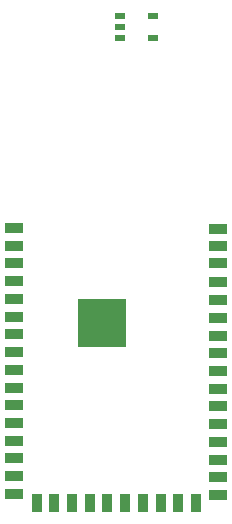
<source format=gbr>
%TF.GenerationSoftware,KiCad,Pcbnew,7.0.7*%
%TF.CreationDate,2024-06-16T14:46:00+02:00*%
%TF.ProjectId,Enchufe_inteligenteV2,456e6368-7566-4655-9f69-6e74656c6967,v1.1*%
%TF.SameCoordinates,Original*%
%TF.FileFunction,Paste,Top*%
%TF.FilePolarity,Positive*%
%FSLAX46Y46*%
G04 Gerber Fmt 4.6, Leading zero omitted, Abs format (unit mm)*
G04 Created by KiCad (PCBNEW 7.0.7) date 2024-06-16 14:46:00*
%MOMM*%
%LPD*%
G01*
G04 APERTURE LIST*
%ADD10R,0.952500X0.558800*%
%ADD11R,1.500000X0.900000*%
%ADD12R,0.900000X1.500000*%
%ADD13R,4.100000X4.100000*%
G04 APERTURE END LIST*
D10*
%TO.C,Regulador*%
X238342050Y-69780200D03*
X238342050Y-70720000D03*
X238342050Y-71659800D03*
X241097950Y-71659800D03*
X241097950Y-69780200D03*
%TD*%
D11*
%TO.C,U1*%
X229385000Y-87755000D03*
X229385000Y-89255000D03*
X229385000Y-90755000D03*
X229385000Y-92255000D03*
X229385000Y-93755000D03*
X229385000Y-95255000D03*
X229385000Y-96755000D03*
X229385000Y-98255000D03*
X229385000Y-99755000D03*
X229385000Y-101255000D03*
X229385000Y-102755000D03*
X229385000Y-104255000D03*
X229385000Y-105755000D03*
X229385000Y-107255000D03*
X229385000Y-108755000D03*
X229385000Y-110255000D03*
D12*
X231260000Y-111005000D03*
X232760000Y-111005000D03*
X234260000Y-111005000D03*
X235760000Y-111005000D03*
X237260000Y-111005000D03*
X238760000Y-111005000D03*
X240260000Y-111005000D03*
X241760000Y-111005000D03*
X243260000Y-111005000D03*
X244760000Y-111005000D03*
D11*
X246635000Y-110355000D03*
X246635000Y-108855000D03*
X246635000Y-107355000D03*
X246635000Y-105855000D03*
X246635000Y-104355000D03*
X246635000Y-102855000D03*
X246635000Y-101355000D03*
X246635000Y-99855000D03*
X246635000Y-98355000D03*
X246635000Y-96855000D03*
X246635000Y-95355000D03*
X246635000Y-93855000D03*
X246635000Y-92355000D03*
X246635000Y-90755000D03*
X246635000Y-89255000D03*
X246635000Y-87855000D03*
D13*
X236820000Y-95795000D03*
%TD*%
M02*

</source>
